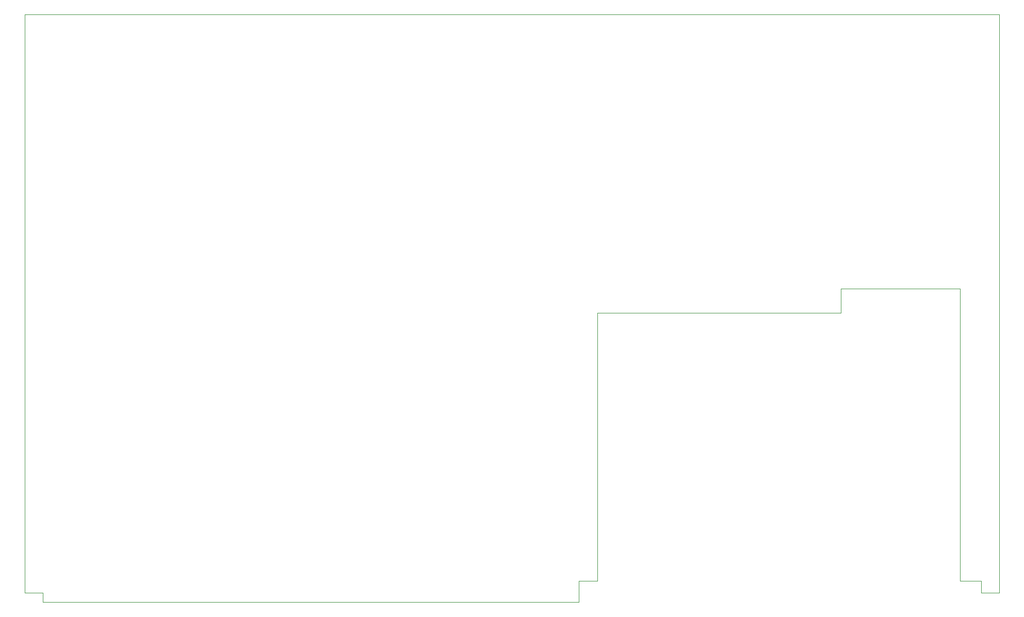
<source format=gbr>
%TF.GenerationSoftware,KiCad,Pcbnew,6.0.1-79c1e3a40b~116~ubuntu18.04.1*%
%TF.CreationDate,2022-01-20T05:24:45+01:00*%
%TF.ProjectId,ss_mb_mockup,73735f6d-625f-46d6-9f63-6b75702e6b69,Rev0.1*%
%TF.SameCoordinates,PX42c1d80PY93d1cc0*%
%TF.FileFunction,Profile,NP*%
%FSLAX46Y46*%
G04 Gerber Fmt 4.6, Leading zero omitted, Abs format (unit mm)*
G04 Created by KiCad (PCBNEW 6.0.1-79c1e3a40b~116~ubuntu18.04.1) date 2022-01-20 05:24:45*
%MOMM*%
%LPD*%
G01*
G04 APERTURE LIST*
%TA.AperFunction,Profile*%
%ADD10C,0.050000*%
%TD*%
G04 APERTURE END LIST*
D10*
X0Y-95000000D02*
X0Y0D01*
X3000000Y-95000000D02*
X0Y-95000000D01*
X160000000Y-95000000D02*
X157000000Y-95000000D01*
X3000000Y-95000000D02*
X3000000Y-96500000D01*
X157000000Y-93000000D02*
X157000000Y-95000000D01*
X94000000Y-49000000D02*
X134000000Y-49000000D01*
X134000000Y-49000000D02*
X134000000Y-45000000D01*
X160000000Y0D02*
X160000000Y-95000000D01*
X3000000Y-96500000D02*
X91000000Y-96500000D01*
X153500000Y-45000000D02*
X153500000Y-93000000D01*
X160000000Y0D02*
X0Y0D01*
X153500000Y-93000000D02*
X157000000Y-93000000D01*
X91000000Y-96500000D02*
X91000000Y-93000000D01*
X94000000Y-93000000D02*
X94000000Y-49000000D01*
X134000000Y-45000000D02*
X153500000Y-45000000D01*
X91000000Y-93000000D02*
X94000000Y-93000000D01*
M02*

</source>
